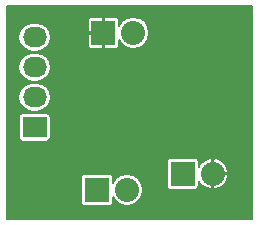
<source format=gbl>
G04 #@! TF.FileFunction,Copper,L2,Bot,Signal*
%FSLAX46Y46*%
G04 Gerber Fmt 4.6, Leading zero omitted, Abs format (unit mm)*
G04 Created by KiCad (PCBNEW 4.0.1-stable) date 5/28/2016 10:09:10 PM*
%MOMM*%
G01*
G04 APERTURE LIST*
%ADD10C,0.100000*%
%ADD11R,2.032000X2.032000*%
%ADD12O,2.032000X2.032000*%
%ADD13R,2.032000X1.727200*%
%ADD14O,2.032000X1.727200*%
%ADD15C,0.685800*%
%ADD16C,0.889000*%
%ADD17C,0.609600*%
%ADD18C,0.152400*%
G04 APERTURE END LIST*
D10*
D11*
X137240000Y-99520000D03*
D12*
X139780000Y-99520000D03*
D13*
X131410000Y-107520000D03*
D14*
X131410000Y-104980000D03*
X131410000Y-102440000D03*
X131410000Y-99900000D03*
D11*
X136700000Y-112810000D03*
D12*
X139240000Y-112810000D03*
D11*
X143950000Y-111450000D03*
D12*
X146490000Y-111450000D03*
D15*
X138850000Y-108810000D03*
X136790000Y-108690000D03*
X149490000Y-107730000D03*
X147080000Y-104710000D03*
X149120000Y-101970000D03*
X147190000Y-99230000D03*
X136880000Y-109670000D03*
X138890000Y-109730000D03*
X136770000Y-108020000D03*
X138830000Y-107980000D03*
D16*
X133660000Y-103010000D03*
D17*
X149490000Y-107730000D02*
X149500000Y-107730000D01*
D18*
G36*
X149809800Y-115249800D02*
X147810736Y-115249800D01*
X147810736Y-111710617D01*
X147810736Y-111189383D01*
X147610467Y-110703798D01*
X147239617Y-110331815D01*
X146754645Y-110130066D01*
X146750617Y-110129268D01*
X146540800Y-110187372D01*
X146540800Y-111399200D01*
X147752695Y-111399200D01*
X147810736Y-111189383D01*
X147810736Y-111710617D01*
X147752695Y-111500800D01*
X146540800Y-111500800D01*
X146540800Y-112712628D01*
X146750617Y-112770732D01*
X146754645Y-112769934D01*
X147239617Y-112568185D01*
X147610467Y-112196202D01*
X147810736Y-111710617D01*
X147810736Y-115249800D01*
X146439200Y-115249800D01*
X146439200Y-112712628D01*
X146439200Y-111500800D01*
X146419200Y-111500800D01*
X146419200Y-111399200D01*
X146439200Y-111399200D01*
X146439200Y-110187372D01*
X146229383Y-110129268D01*
X146225355Y-110130066D01*
X145740383Y-110331815D01*
X145369533Y-110703798D01*
X145302669Y-110865920D01*
X145302669Y-110434000D01*
X145278241Y-110308096D01*
X145205550Y-110197438D01*
X145095813Y-110123364D01*
X144966000Y-110097331D01*
X142934000Y-110097331D01*
X142808096Y-110121759D01*
X142697438Y-110194450D01*
X142623364Y-110304187D01*
X142597331Y-110434000D01*
X142597331Y-112466000D01*
X142621759Y-112591904D01*
X142694450Y-112702562D01*
X142804187Y-112776636D01*
X142934000Y-112802669D01*
X144966000Y-112802669D01*
X145091904Y-112778241D01*
X145202562Y-112705550D01*
X145276636Y-112595813D01*
X145302669Y-112466000D01*
X145302669Y-112034079D01*
X145369533Y-112196202D01*
X145740383Y-112568185D01*
X146225355Y-112769934D01*
X146229383Y-112770732D01*
X146439200Y-112712628D01*
X146439200Y-115249800D01*
X141126200Y-115249800D01*
X141126200Y-99546374D01*
X141126200Y-99493626D01*
X141023727Y-98978458D01*
X140731907Y-98541719D01*
X140295168Y-98249899D01*
X139780000Y-98147426D01*
X139264832Y-98249899D01*
X138828093Y-98541719D01*
X138586200Y-98903737D01*
X138586200Y-98438319D01*
X138535930Y-98316957D01*
X138443043Y-98224070D01*
X138321681Y-98173800D01*
X138190319Y-98173800D01*
X137373350Y-98173800D01*
X137290800Y-98256350D01*
X137290800Y-99469200D01*
X137310800Y-99469200D01*
X137310800Y-99570800D01*
X137290800Y-99570800D01*
X137290800Y-100783650D01*
X137373350Y-100866200D01*
X138190319Y-100866200D01*
X138321681Y-100866200D01*
X138443043Y-100815930D01*
X138535930Y-100723043D01*
X138586200Y-100601681D01*
X138586200Y-100136262D01*
X138828093Y-100498281D01*
X139264832Y-100790101D01*
X139780000Y-100892574D01*
X140295168Y-100790101D01*
X140731907Y-100498281D01*
X141023727Y-100061542D01*
X141126200Y-99546374D01*
X141126200Y-115249800D01*
X140586200Y-115249800D01*
X140586200Y-112836374D01*
X140586200Y-112783626D01*
X140483727Y-112268458D01*
X140191907Y-111831719D01*
X139755168Y-111539899D01*
X139240000Y-111437426D01*
X138724832Y-111539899D01*
X138288093Y-111831719D01*
X138052669Y-112184055D01*
X138052669Y-111794000D01*
X138028241Y-111668096D01*
X137955550Y-111557438D01*
X137845813Y-111483364D01*
X137716000Y-111457331D01*
X137189200Y-111457331D01*
X137189200Y-100783650D01*
X137189200Y-99570800D01*
X137189200Y-99469200D01*
X137189200Y-98256350D01*
X137106650Y-98173800D01*
X136289681Y-98173800D01*
X136158319Y-98173800D01*
X136036957Y-98224070D01*
X135944070Y-98316957D01*
X135893800Y-98438319D01*
X135893800Y-99386650D01*
X135976350Y-99469200D01*
X137189200Y-99469200D01*
X137189200Y-99570800D01*
X135976350Y-99570800D01*
X135893800Y-99653350D01*
X135893800Y-100601681D01*
X135944070Y-100723043D01*
X136036957Y-100815930D01*
X136158319Y-100866200D01*
X136289681Y-100866200D01*
X137106650Y-100866200D01*
X137189200Y-100783650D01*
X137189200Y-111457331D01*
X135684000Y-111457331D01*
X135558096Y-111481759D01*
X135447438Y-111554450D01*
X135373364Y-111664187D01*
X135347331Y-111794000D01*
X135347331Y-113826000D01*
X135371759Y-113951904D01*
X135444450Y-114062562D01*
X135554187Y-114136636D01*
X135684000Y-114162669D01*
X137716000Y-114162669D01*
X137841904Y-114138241D01*
X137952562Y-114065550D01*
X138026636Y-113955813D01*
X138052669Y-113826000D01*
X138052669Y-113435944D01*
X138288093Y-113788281D01*
X138724832Y-114080101D01*
X139240000Y-114182574D01*
X139755168Y-114080101D01*
X140191907Y-113788281D01*
X140483727Y-113351542D01*
X140586200Y-112836374D01*
X140586200Y-115249800D01*
X132782574Y-115249800D01*
X132782574Y-104980000D01*
X132782574Y-102440000D01*
X132782574Y-99900000D01*
X132691701Y-99443153D01*
X132432918Y-99055856D01*
X132045621Y-98797073D01*
X131588774Y-98706200D01*
X131231226Y-98706200D01*
X130774379Y-98797073D01*
X130387082Y-99055856D01*
X130128299Y-99443153D01*
X130037426Y-99900000D01*
X130128299Y-100356847D01*
X130387082Y-100744144D01*
X130774379Y-101002927D01*
X131231226Y-101093800D01*
X131588774Y-101093800D01*
X132045621Y-101002927D01*
X132432918Y-100744144D01*
X132691701Y-100356847D01*
X132782574Y-99900000D01*
X132782574Y-102440000D01*
X132691701Y-101983153D01*
X132432918Y-101595856D01*
X132045621Y-101337073D01*
X131588774Y-101246200D01*
X131231226Y-101246200D01*
X130774379Y-101337073D01*
X130387082Y-101595856D01*
X130128299Y-101983153D01*
X130037426Y-102440000D01*
X130128299Y-102896847D01*
X130387082Y-103284144D01*
X130774379Y-103542927D01*
X131231226Y-103633800D01*
X131588774Y-103633800D01*
X132045621Y-103542927D01*
X132432918Y-103284144D01*
X132691701Y-102896847D01*
X132782574Y-102440000D01*
X132782574Y-104980000D01*
X132691701Y-104523153D01*
X132432918Y-104135856D01*
X132045621Y-103877073D01*
X131588774Y-103786200D01*
X131231226Y-103786200D01*
X130774379Y-103877073D01*
X130387082Y-104135856D01*
X130128299Y-104523153D01*
X130037426Y-104980000D01*
X130128299Y-105436847D01*
X130387082Y-105824144D01*
X130774379Y-106082927D01*
X131231226Y-106173800D01*
X131588774Y-106173800D01*
X132045621Y-106082927D01*
X132432918Y-105824144D01*
X132691701Y-105436847D01*
X132782574Y-104980000D01*
X132782574Y-115249800D01*
X132762669Y-115249800D01*
X132762669Y-108383600D01*
X132762669Y-106656400D01*
X132738241Y-106530496D01*
X132665550Y-106419838D01*
X132555813Y-106345764D01*
X132426000Y-106319731D01*
X130394000Y-106319731D01*
X130268096Y-106344159D01*
X130157438Y-106416850D01*
X130083364Y-106526587D01*
X130057331Y-106656400D01*
X130057331Y-108383600D01*
X130081759Y-108509504D01*
X130154450Y-108620162D01*
X130264187Y-108694236D01*
X130394000Y-108720269D01*
X132426000Y-108720269D01*
X132551904Y-108695841D01*
X132662562Y-108623150D01*
X132736636Y-108513413D01*
X132762669Y-108383600D01*
X132762669Y-115249800D01*
X129080200Y-115249800D01*
X129080200Y-97230200D01*
X149809800Y-97230200D01*
X149809800Y-115249800D01*
X149809800Y-115249800D01*
G37*
X149809800Y-115249800D02*
X147810736Y-115249800D01*
X147810736Y-111710617D01*
X147810736Y-111189383D01*
X147610467Y-110703798D01*
X147239617Y-110331815D01*
X146754645Y-110130066D01*
X146750617Y-110129268D01*
X146540800Y-110187372D01*
X146540800Y-111399200D01*
X147752695Y-111399200D01*
X147810736Y-111189383D01*
X147810736Y-111710617D01*
X147752695Y-111500800D01*
X146540800Y-111500800D01*
X146540800Y-112712628D01*
X146750617Y-112770732D01*
X146754645Y-112769934D01*
X147239617Y-112568185D01*
X147610467Y-112196202D01*
X147810736Y-111710617D01*
X147810736Y-115249800D01*
X146439200Y-115249800D01*
X146439200Y-112712628D01*
X146439200Y-111500800D01*
X146419200Y-111500800D01*
X146419200Y-111399200D01*
X146439200Y-111399200D01*
X146439200Y-110187372D01*
X146229383Y-110129268D01*
X146225355Y-110130066D01*
X145740383Y-110331815D01*
X145369533Y-110703798D01*
X145302669Y-110865920D01*
X145302669Y-110434000D01*
X145278241Y-110308096D01*
X145205550Y-110197438D01*
X145095813Y-110123364D01*
X144966000Y-110097331D01*
X142934000Y-110097331D01*
X142808096Y-110121759D01*
X142697438Y-110194450D01*
X142623364Y-110304187D01*
X142597331Y-110434000D01*
X142597331Y-112466000D01*
X142621759Y-112591904D01*
X142694450Y-112702562D01*
X142804187Y-112776636D01*
X142934000Y-112802669D01*
X144966000Y-112802669D01*
X145091904Y-112778241D01*
X145202562Y-112705550D01*
X145276636Y-112595813D01*
X145302669Y-112466000D01*
X145302669Y-112034079D01*
X145369533Y-112196202D01*
X145740383Y-112568185D01*
X146225355Y-112769934D01*
X146229383Y-112770732D01*
X146439200Y-112712628D01*
X146439200Y-115249800D01*
X141126200Y-115249800D01*
X141126200Y-99546374D01*
X141126200Y-99493626D01*
X141023727Y-98978458D01*
X140731907Y-98541719D01*
X140295168Y-98249899D01*
X139780000Y-98147426D01*
X139264832Y-98249899D01*
X138828093Y-98541719D01*
X138586200Y-98903737D01*
X138586200Y-98438319D01*
X138535930Y-98316957D01*
X138443043Y-98224070D01*
X138321681Y-98173800D01*
X138190319Y-98173800D01*
X137373350Y-98173800D01*
X137290800Y-98256350D01*
X137290800Y-99469200D01*
X137310800Y-99469200D01*
X137310800Y-99570800D01*
X137290800Y-99570800D01*
X137290800Y-100783650D01*
X137373350Y-100866200D01*
X138190319Y-100866200D01*
X138321681Y-100866200D01*
X138443043Y-100815930D01*
X138535930Y-100723043D01*
X138586200Y-100601681D01*
X138586200Y-100136262D01*
X138828093Y-100498281D01*
X139264832Y-100790101D01*
X139780000Y-100892574D01*
X140295168Y-100790101D01*
X140731907Y-100498281D01*
X141023727Y-100061542D01*
X141126200Y-99546374D01*
X141126200Y-115249800D01*
X140586200Y-115249800D01*
X140586200Y-112836374D01*
X140586200Y-112783626D01*
X140483727Y-112268458D01*
X140191907Y-111831719D01*
X139755168Y-111539899D01*
X139240000Y-111437426D01*
X138724832Y-111539899D01*
X138288093Y-111831719D01*
X138052669Y-112184055D01*
X138052669Y-111794000D01*
X138028241Y-111668096D01*
X137955550Y-111557438D01*
X137845813Y-111483364D01*
X137716000Y-111457331D01*
X137189200Y-111457331D01*
X137189200Y-100783650D01*
X137189200Y-99570800D01*
X137189200Y-99469200D01*
X137189200Y-98256350D01*
X137106650Y-98173800D01*
X136289681Y-98173800D01*
X136158319Y-98173800D01*
X136036957Y-98224070D01*
X135944070Y-98316957D01*
X135893800Y-98438319D01*
X135893800Y-99386650D01*
X135976350Y-99469200D01*
X137189200Y-99469200D01*
X137189200Y-99570800D01*
X135976350Y-99570800D01*
X135893800Y-99653350D01*
X135893800Y-100601681D01*
X135944070Y-100723043D01*
X136036957Y-100815930D01*
X136158319Y-100866200D01*
X136289681Y-100866200D01*
X137106650Y-100866200D01*
X137189200Y-100783650D01*
X137189200Y-111457331D01*
X135684000Y-111457331D01*
X135558096Y-111481759D01*
X135447438Y-111554450D01*
X135373364Y-111664187D01*
X135347331Y-111794000D01*
X135347331Y-113826000D01*
X135371759Y-113951904D01*
X135444450Y-114062562D01*
X135554187Y-114136636D01*
X135684000Y-114162669D01*
X137716000Y-114162669D01*
X137841904Y-114138241D01*
X137952562Y-114065550D01*
X138026636Y-113955813D01*
X138052669Y-113826000D01*
X138052669Y-113435944D01*
X138288093Y-113788281D01*
X138724832Y-114080101D01*
X139240000Y-114182574D01*
X139755168Y-114080101D01*
X140191907Y-113788281D01*
X140483727Y-113351542D01*
X140586200Y-112836374D01*
X140586200Y-115249800D01*
X132782574Y-115249800D01*
X132782574Y-104980000D01*
X132782574Y-102440000D01*
X132782574Y-99900000D01*
X132691701Y-99443153D01*
X132432918Y-99055856D01*
X132045621Y-98797073D01*
X131588774Y-98706200D01*
X131231226Y-98706200D01*
X130774379Y-98797073D01*
X130387082Y-99055856D01*
X130128299Y-99443153D01*
X130037426Y-99900000D01*
X130128299Y-100356847D01*
X130387082Y-100744144D01*
X130774379Y-101002927D01*
X131231226Y-101093800D01*
X131588774Y-101093800D01*
X132045621Y-101002927D01*
X132432918Y-100744144D01*
X132691701Y-100356847D01*
X132782574Y-99900000D01*
X132782574Y-102440000D01*
X132691701Y-101983153D01*
X132432918Y-101595856D01*
X132045621Y-101337073D01*
X131588774Y-101246200D01*
X131231226Y-101246200D01*
X130774379Y-101337073D01*
X130387082Y-101595856D01*
X130128299Y-101983153D01*
X130037426Y-102440000D01*
X130128299Y-102896847D01*
X130387082Y-103284144D01*
X130774379Y-103542927D01*
X131231226Y-103633800D01*
X131588774Y-103633800D01*
X132045621Y-103542927D01*
X132432918Y-103284144D01*
X132691701Y-102896847D01*
X132782574Y-102440000D01*
X132782574Y-104980000D01*
X132691701Y-104523153D01*
X132432918Y-104135856D01*
X132045621Y-103877073D01*
X131588774Y-103786200D01*
X131231226Y-103786200D01*
X130774379Y-103877073D01*
X130387082Y-104135856D01*
X130128299Y-104523153D01*
X130037426Y-104980000D01*
X130128299Y-105436847D01*
X130387082Y-105824144D01*
X130774379Y-106082927D01*
X131231226Y-106173800D01*
X131588774Y-106173800D01*
X132045621Y-106082927D01*
X132432918Y-105824144D01*
X132691701Y-105436847D01*
X132782574Y-104980000D01*
X132782574Y-115249800D01*
X132762669Y-115249800D01*
X132762669Y-108383600D01*
X132762669Y-106656400D01*
X132738241Y-106530496D01*
X132665550Y-106419838D01*
X132555813Y-106345764D01*
X132426000Y-106319731D01*
X130394000Y-106319731D01*
X130268096Y-106344159D01*
X130157438Y-106416850D01*
X130083364Y-106526587D01*
X130057331Y-106656400D01*
X130057331Y-108383600D01*
X130081759Y-108509504D01*
X130154450Y-108620162D01*
X130264187Y-108694236D01*
X130394000Y-108720269D01*
X132426000Y-108720269D01*
X132551904Y-108695841D01*
X132662562Y-108623150D01*
X132736636Y-108513413D01*
X132762669Y-108383600D01*
X132762669Y-115249800D01*
X129080200Y-115249800D01*
X129080200Y-97230200D01*
X149809800Y-97230200D01*
X149809800Y-115249800D01*
M02*

</source>
